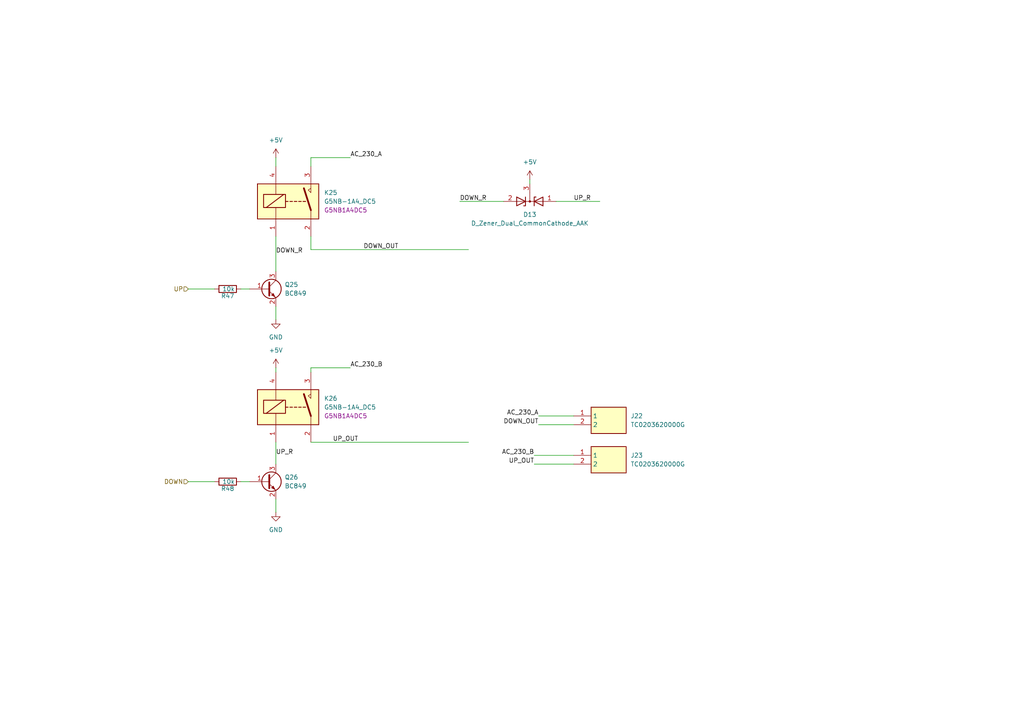
<source format=kicad_sch>
(kicad_sch (version 20231120) (generator "eeschema") (generator_version "8.0")
  (paper "A4")
  (lib_symbols
    (symbol "Device:D_Zener_Dual_CommonCathode_AAK" (pin_names (offset 0.762) hide)
      (property "Reference" "D" (at 1.27 -2.54 0))
      (property "Value" "D_Zener_Dual_CommonCathode_AAK" (at 0 2.54 0))
      (symbol "D_Zener_Dual_CommonCathode_AAK_0_1"
        (polyline (pts (xy -3.81 0) (xy 3.81 0)))
        (polyline (pts (xy 0 0) (xy 0 -2.54)))
        (polyline (pts (xy -1.27 1.27) (xy -1.27 -1.27) (xy -1.778 -1.27)) (stroke (width 0.254)))
        (polyline (pts (xy 1.27 -1.27) (xy 1.27 1.27) (xy 1.778 1.27)) (stroke (width 0.254)))
        (polyline (pts (xy -3.81 1.27) (xy -1.27 0) (xy -3.81 -1.27) (xy -3.81 1.27) (xy -3.81 1.27) (xy -3.81 1.27)) (stroke (width 0.254)))
        (polyline (pts (xy 3.81 -1.27) (xy 1.27 0) (xy 3.81 1.27) (xy 3.81 -1.27) (xy 3.81 -1.27) (xy 3.81 -1.27)) (stroke (width 0.254)))
        (circle (center 0 0) (radius 0.254) (fill (type outline)))
        (pin passive line (at -7.62 0 0) (length 3.81) (name "A") (number "1"))
        (pin passive line (at 7.62 0 180) (length 3.81) (name "A") (number "2"))
        (pin passive line (at 0 -5.08 90) (length 2.54) (name "K") (number "3"))
      )
    )
    (symbol "Device:R" (pin_numbers hide) (pin_names (offset 0))
      (property "Reference" "R" (at 2.032 0 90))
      (property "Value" "R" (at 0 0 90))
      (symbol "R_0_1"
        (rectangle (start -1.016 -2.54) (end 1.016 2.54) (stroke (width 0.254)))
      )
      (symbol "R_1_1"
        (pin passive line (at 0 3.81 270) (length 1.27) (name "~") (number "1"))
        (pin passive line (at 0 -3.81 90) (length 1.27) (name "~") (number "2"))
      )
    )
    (symbol "G5NB-1A4_DC5:G5NB-1A4_DC5"
      (property "Reference" "K" (at 1.27 24.892 0))
      (property "Value" "G5NB-1A4_DC5" (at 0.508 4.572 0))
      (property "Footprint" "G5NB1A4DC5" (at 0.762 2.54 0))
      (symbol "G5NB-1A4_DC5_0_0"
        (polyline (pts (xy 11.43 7.62) (xy 8.89 7.62) (xy 9.652 8.382) (xy 10.16 7.62)))
      )
      (symbol "G5NB-1A4_DC5_0_1"
        (polyline (pts (xy 1.27 17.78) (xy 4.572 17.78)))
        (polyline (pts (xy 3.81 7.62) (xy 1.27 7.62)))
        (polyline (pts (xy 3.81 7.62) (xy 10.16 9.652)) (stroke (width 0.508)))
        (polyline (pts (xy 4.572 20.574) (xy 8.382 15.494)) (stroke (width 0.254)))
        (polyline (pts (xy 6.35 9.906) (xy 6.35 9.144)) (stroke (width 0.254)))
        (polyline (pts (xy 6.35 11.176) (xy 6.35 10.414)) (stroke (width 0.254)))
        (polyline (pts (xy 6.35 12.446) (xy 6.35 11.684)) (stroke (width 0.254)))
        (polyline (pts (xy 6.35 13.716) (xy 6.35 12.954)) (stroke (width 0.254)))
        (polyline (pts (xy 6.35 14.986) (xy 6.35 14.224)) (stroke (width 0.254)))
        (polyline (pts (xy 11.43 17.78) (xy 8.382 17.78)))
        (rectangle (start 1.27 23.114) (end 11.43 5.334) (stroke (width 0.254)) (fill (type background)))
        (rectangle (start 8.382 21.336) (end 4.572 14.986) (stroke (width 0.254)))
      )
      (symbol "G5NB-1A4_DC5_1_1"
        (pin passive line (at -3.81 17.78 0) (length 5.08) (name "") (number "1"))
        (pin passive line (at -3.81 7.62 0) (length 5.08) (name "") (number "2"))
        (pin passive line (at 16.51 7.62 180) (length 5.08) (name "") (number "3"))
        (pin passive line (at 16.51 17.78 180) (length 5.08) (name "") (number "4"))
      )
    )
    (symbol "TC0203620000G:TC0203620000G"
      (property "Reference" "J" (at 16.51 7.62 0))
      (property "Value" "TC0203620000G" (at 16.51 5.08 0))
      (symbol "TC0203620000G_1_1"
        (rectangle (start 5.08 2.54) (end 15.24 -5.08) (stroke (width 0.254)) (fill (type background)))
        (pin passive line (at 0 0 0) (length 5.08) (name "1") (number "1"))
        (pin passive line (at 0 -2.54 0) (length 5.08) (name "2") (number "2"))
      )
    )
    (symbol "Transistor_BJT:BC849" (pin_names (offset 0) hide)
      (property "Reference" "Q" (at 5.08 1.905 0))
      (property "Value" "BC849" (at 5.08 0 0))
      (symbol "BC849_0_1"
        (polyline (pts (xy 0.635 0.635) (xy 2.54 2.54)))
        (polyline (pts (xy 0.635 -0.635) (xy 2.54 -2.54) (xy 2.54 -2.54)))
        (polyline (pts (xy 0.635 1.905) (xy 0.635 -1.905) (xy 0.635 -1.905)) (stroke (width 0.508)))
        (polyline (pts (xy 1.27 -1.778) (xy 1.778 -1.27) (xy 2.286 -2.286) (xy 1.27 -1.778) (xy 1.27 -1.778)) (fill (type outline)))
        (circle (center 1.27 0) (radius 2.8194) (stroke (width 0.254)))
      )
      (symbol "BC849_1_1"
        (pin input line (at -5.08 0 0) (length 5.715) (name "B") (number "1"))
        (pin passive line (at 2.54 -5.08 90) (length 2.54) (name "E") (number "2"))
        (pin passive line (at 2.54 5.08 270) (length 2.54) (name "C") (number "3"))
      )
    )
    (symbol "power:+3V3" (power) (pin_numbers hide) (pin_names (offset 0) hide)
      (property "Value" "+3V3" (at 0 3.556 0))
      (symbol "+3V3_0_1"
        (polyline (pts (xy -0.762 1.27) (xy 0 2.54)))
        (polyline (pts (xy 0 0) (xy 0 2.54)))
        (polyline (pts (xy 0 2.54) (xy 0.762 1.27)))
      )
      (symbol "+3V3_1_1"
        (pin power_in line (at 0 0 90) (length 0) (name "~") (number "1"))
      )
    )
    (symbol "power:GND" (power) (pin_numbers hide) (pin_names (offset 0) hide)
      (property "Value" "GND" (at 0 -3.81 0))
      (symbol "GND_0_1"
        (polyline (pts (xy 0 0) (xy 0 -1.27) (xy 1.27 -1.27) (xy 0 -2.54) (xy -1.27 -1.27) (xy 0 -1.27)))
      )
      (symbol "GND_1_1"
        (pin power_in line (at 0 0 270) (length 0) (name "~") (number "1"))
      )
    )
  )
  (wire (pts (xy 80.01 128.27) (xy 80.01 134.62)))
  (wire (pts (xy 80.01 107.95) (xy 80.01 106.68)))
  (wire (pts (xy 90.17 45.72) (xy 101.6 45.72)))
  (wire (pts (xy 69.85 139.7) (xy 72.39 139.7)))
  (wire (pts (xy 90.17 72.39) (xy 135.89 72.39)))
  (wire (pts (xy 80.01 88.9) (xy 80.01 92.71)))
  (wire (pts (xy 90.17 68.58) (xy 90.17 72.39)))
  (wire (pts (xy 80.01 45.72) (xy 80.01 48.26)))
  (wire (pts (xy 133.35 58.42) (xy 146.05 58.42)))
  (wire (pts (xy 156.21 123.19) (xy 166.37 123.19)))
  (wire (pts (xy 153.67 52.07) (xy 153.67 53.34)))
  (wire (pts (xy 90.17 106.68) (xy 101.6 106.68)))
  (wire (pts (xy 154.94 132.08) (xy 166.37 132.08)))
  (wire (pts (xy 154.94 134.62) (xy 166.37 134.62)))
  (wire (pts (xy 80.01 68.58) (xy 80.01 78.74)))
  (wire (pts (xy 80.01 144.78) (xy 80.01 148.59)))
  (wire (pts (xy 90.17 128.27) (xy 135.89 128.27)))
  (wire (pts (xy 90.17 106.68) (xy 90.17 107.95)))
  (wire (pts (xy 90.17 48.26) (xy 90.17 45.72)))
  (wire (pts (xy 161.29 58.42) (xy 173.99 58.42)))
  (wire (pts (xy 69.85 83.82) (xy 72.39 83.82)))
  (wire (pts (xy 156.21 120.65) (xy 166.37 120.65)))
  (wire (pts (xy 54.61 139.7) (xy 62.23 139.7)))
  (wire (pts (xy 54.61 83.82) (xy 62.23 83.82)))
  (label "DOWN_OUT" (at 156.21 123.19 180))
  (label "DOWN_R" (at 133.35 58.42 0))
  (label "AC_230_B" (at 101.6 106.68 0))
  (label "DOWN_R" (at 80.01 73.66 0))
  (label "AC_230_B" (at 154.94 132.08 180))
  (label "AC_230_A" (at 101.6 45.72 0))
  (label "UP_R" (at 80.01 132.08 0))
  (label "UP_R" (at 166.37 58.42 0))
  (label "DOWN_OUT" (at 105.41 72.39 0))
  (label "AC_230_A" (at 156.21 120.65 180))
  (label "UP_OUT" (at 154.94 134.62 180))
  (label "UP_OUT" (at 96.52 128.27 0))
  (hierarchical_label "UP" (shape input) (at 54.61 83.82 180))
  (hierarchical_label "DOWN" (shape input) (at 54.61 139.7 180))
  (symbol (lib_id "TC0203620000G:TC0203620000G") (at 166.37 132.08 0) (unit 1)
    (property "Reference" "J23" (at 182.88 132.0799 0) (effects (justify left)))
    (property "Value" "TC0203620000G" (at 182.88 134.6199 0) (effects (justify left)))
    (property "Footprint" "TC0203620000G" (effects (hide yes)))
    (property "Datasheet" "https://componentsearchengine.com/Datasheets/1/TC0203620000G.pdf" (effects (hide yes)))
    (property "Description" "Fixed Terminal Blocks 500 TB WIR PRO 180D" (effects (hide yes)))
    (property "Height" "10.5" (effects (hide yes)))
    (property "Mouser Part Number" "649-TC02036200J0G" (effects (hide yes)))
    (property "Mouser Price/Stock" "https://www.mouser.co.uk/ProductDetail/Amphenol-Anytek/TC0203620000G?qs=Mv7BduZupUiHURQaUHJ1XQ%3D%3D" (effects (hide yes)))
    (property "Manufacturer_Name" "Amphenol" (effects (hide yes)))
    (property "Manufacturer_Part_Number" "TC0203620000G" (effects (hide yes)))
  )
  (symbol (lib_id "G5NB-1A4_DC5:G5NB-1A4_DC5") (at 97.79 124.46 90) (unit 1)
    (property "Reference" "K26" (at 93.98 115.5699 90) (effects (justify right)))
    (property "Value" "G5NB-1A4_DC5" (at 93.98 118.1099 90) (effects (justify right)))
    (property "Footprint" "G5NB1A4DC5" (at 93.98 120.6499 90) (effects (justify right)))
    (property "Datasheet" "http://omronfs.omron.com/en_US/ecb/products/pdf/en-g5nb.pdf" (effects (hide yes)))
    (property "Description" "General Purpose Relays Power PCB Relay" (effects (hide yes)))
    (property "Height" "15" (effects (hide yes)))
    (property "Mouser Part Number" "653-G5NB-1A4DC5" (effects (hide yes)))
    (property "Mouser Price/Stock" "https://www.mouser.co.uk/ProductDetail/Omron-Electronics/G5NB-1A4-DC5?qs=QTkYtwcxD6PG87x%252BiLy8ng%3D%3D" (effects (hide yes)))
    (property "Manufacturer_Name" "Omron Electronics" (effects (hide yes)))
    (property "Manufacturer_Part_Number" "G5NB-1A4 DC5" (effects (hide yes)))
  )
  (symbol (lib_id "Transistor_BJT:BC849") (at 77.47 139.7 0) (unit 1)
    (property "Reference" "Q26" (at 82.55 138.4299 0) (effects (justify left)))
    (property "Value" "BC849" (at 82.55 140.9699 0) (effects (justify left)))
    (property "Footprint" "Package_TO_SOT_SMD:SOT-23" (effects (hide yes)))
    (property "Datasheet" "http://www.infineon.com/dgdl/Infineon-BC847SERIES_BC848SERIES_BC849SERIES_BC850SERIES-DS-v01_01-en.pdf?fileId=db3a304314dca389011541d4630a1657" (effects (hide yes)))
    (property "Description" "0.1A Ic, 30V Vce, NPN Transistor, SOT-23" (effects (hide yes)))
  )
  (symbol (lib_id "G5NB-1A4_DC5:G5NB-1A4_DC5") (at 97.79 64.77 90) (unit 1)
    (property "Reference" "K25" (at 93.98 55.8799 90) (effects (justify right)))
    (property "Value" "G5NB-1A4_DC5" (at 93.98 58.4199 90) (effects (justify right)))
    (property "Footprint" "G5NB1A4DC5" (at 93.98 60.9599 90) (effects (justify right)))
    (property "Datasheet" "http://omronfs.omron.com/en_US/ecb/products/pdf/en-g5nb.pdf" (effects (hide yes)))
    (property "Description" "General Purpose Relays Power PCB Relay" (effects (hide yes)))
    (property "Height" "15" (effects (hide yes)))
    (property "Mouser Part Number" "653-G5NB-1A4DC5" (effects (hide yes)))
    (property "Mouser Price/Stock" "https://www.mouser.co.uk/ProductDetail/Omron-Electronics/G5NB-1A4-DC5?qs=QTkYtwcxD6PG87x%252BiLy8ng%3D%3D" (effects (hide yes)))
    (property "Manufacturer_Name" "Omron Electronics" (effects (hide yes)))
    (property "Manufacturer_Part_Number" "G5NB-1A4 DC5" (effects (hide yes)))
  )
  (symbol (lib_id "power:GND") (at 80.01 148.59 0) (unit 1)
    (property "Reference" "#PWR0119" (effects (hide yes)))
    (property "Value" "GND" (at 80.01 153.67 0))
    (property "Description" "Power symbol creates a global label with name \"GND\" , ground" (effects (hide yes)))
  )
  (symbol (lib_id "power:+3V3") (at 80.01 106.68 0) (unit 1)
    (property "Reference" "#PWR0118" (effects (hide yes)))
    (property "Value" "+5V" (at 80.01 101.6 0))
    (property "Description" "Power symbol creates a global label with name \"+3V3\"" (effects (hide yes)))
  )
  (symbol (lib_id "Device:R") (at 66.04 139.7 270) (unit 1)
    (property "Reference" "R48" (at 66.04 141.732 90))
    (property "Value" "10k" (at 66.294 139.7 90))
    (property "Footprint" "Resistor_SMD:R_0603_1608Metric" (effects (hide yes)))
    (property "Description" "Resistor" (effects (hide yes)))
  )
  (symbol (lib_id "TC0203620000G:TC0203620000G") (at 166.37 120.65 0) (unit 1)
    (property "Reference" "J22" (at 182.88 120.6499 0) (effects (justify left)))
    (property "Value" "TC0203620000G" (at 182.88 123.1899 0) (effects (justify left)))
    (property "Footprint" "TC0203620000G" (effects (hide yes)))
    (property "Datasheet" "https://componentsearchengine.com/Datasheets/1/TC0203620000G.pdf" (effects (hide yes)))
    (property "Description" "Fixed Terminal Blocks 500 TB WIR PRO 180D" (effects (hide yes)))
    (property "Height" "10.5" (effects (hide yes)))
    (property "Mouser Part Number" "649-TC02036200J0G" (effects (hide yes)))
    (property "Mouser Price/Stock" "https://www.mouser.co.uk/ProductDetail/Amphenol-Anytek/TC0203620000G?qs=Mv7BduZupUiHURQaUHJ1XQ%3D%3D" (effects (hide yes)))
    (property "Manufacturer_Name" "Amphenol" (effects (hide yes)))
    (property "Manufacturer_Part_Number" "TC0203620000G" (effects (hide yes)))
  )
  (symbol (lib_id "Device:R") (at 66.04 83.82 270) (unit 1)
    (property "Reference" "R47" (at 66.04 85.852 90))
    (property "Value" "10k" (at 66.294 83.82 90))
    (property "Footprint" "Resistor_SMD:R_0603_1608Metric" (effects (hide yes)))
    (property "Description" "Resistor" (effects (hide yes)))
  )
  (symbol (lib_id "power:+3V3") (at 153.67 52.07 0) (unit 1)
    (property "Reference" "#PWR0116" (effects (hide yes)))
    (property "Value" "+5V" (at 153.67 46.99 0))
    (property "Description" "Power symbol creates a global label with name \"+3V3\"" (effects (hide yes)))
  )
  (symbol (lib_id "Transistor_BJT:BC849") (at 77.47 83.82 0) (unit 1)
    (property "Reference" "Q25" (at 82.55 82.5499 0) (effects (justify left)))
    (property "Value" "BC849" (at 82.55 85.0899 0) (effects (justify left)))
    (property "Footprint" "Package_TO_SOT_SMD:SOT-23" (effects (hide yes)))
    (property "Datasheet" "http://www.infineon.com/dgdl/Infineon-BC847SERIES_BC848SERIES_BC849SERIES_BC850SERIES-DS-v01_01-en.pdf?fileId=db3a304314dca389011541d4630a1657" (effects (hide yes)))
    (property "Description" "0.1A Ic, 30V Vce, NPN Transistor, SOT-23" (effects (hide yes)))
  )
  (symbol (lib_id "power:+3V3") (at 80.01 45.72 0) (unit 1)
    (property "Reference" "#PWR0115" (effects (hide yes)))
    (property "Value" "+5V" (at 80.01 40.64 0))
    (property "Description" "Power symbol creates a global label with name \"+3V3\"" (effects (hide yes)))
  )
  (symbol (lib_id "Device:D_Zener_Dual_CommonCathode_AAK") (at 153.67 58.42 180) (unit 1)
    (property "Reference" "D13" (at 153.67 62.23 0))
    (property "Value" "D_Zener_Dual_CommonCathode_AAK" (at 153.67 64.77 0))
    (property "Footprint" "Package_TO_SOT_SMD:SOT-23" (effects (hide yes)))
    (property "Description" "Dual Zener diode, common cathode on pin 3" (effects (hide yes)))
  )
  (symbol (lib_id "power:GND") (at 80.01 92.71 0) (unit 1)
    (property "Reference" "#PWR0117" (effects (hide yes)))
    (property "Value" "GND" (at 80.01 97.79 0))
    (property "Description" "Power symbol creates a global label with name \"GND\" , ground" (effects (hide yes)))
  )
)
</source>
